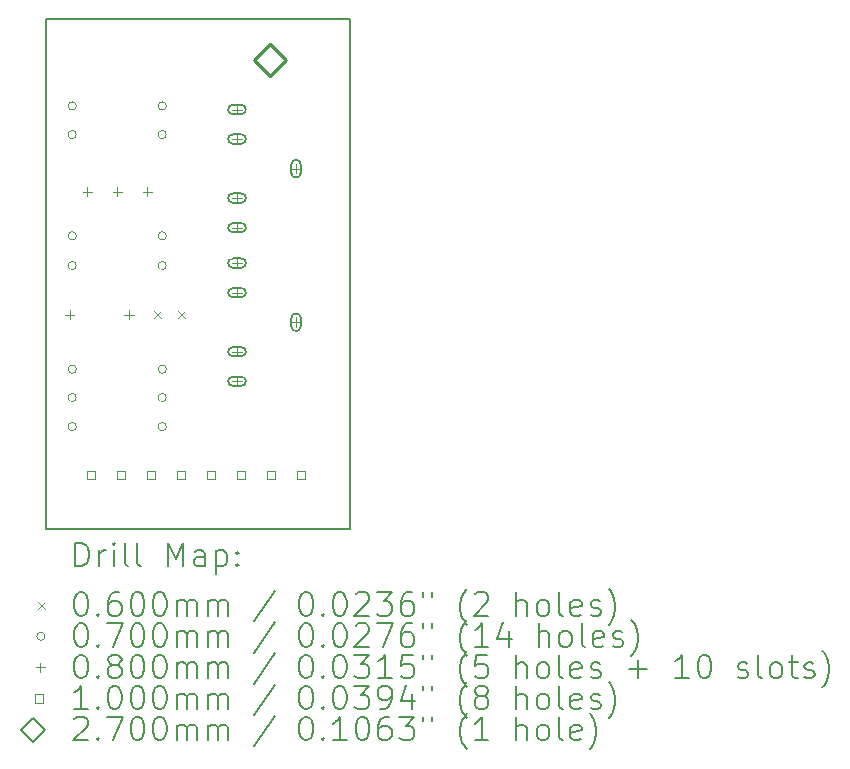
<source format=gbr>
%TF.GenerationSoftware,KiCad,Pcbnew,(6.0.7)*%
%TF.CreationDate,2022-12-16T00:38:34+00:00*%
%TF.ProjectId,CPC464-2MINITapeAdapter,43504334-3634-42d3-924d-494e49546170,rev?*%
%TF.SameCoordinates,Original*%
%TF.FileFunction,Drillmap*%
%TF.FilePolarity,Positive*%
%FSLAX45Y45*%
G04 Gerber Fmt 4.5, Leading zero omitted, Abs format (unit mm)*
G04 Created by KiCad (PCBNEW (6.0.7)) date 2022-12-16 00:38:34*
%MOMM*%
%LPD*%
G01*
G04 APERTURE LIST*
%ADD10C,0.150000*%
%ADD11C,0.200000*%
%ADD12C,0.060000*%
%ADD13C,0.070000*%
%ADD14C,0.080000*%
%ADD15C,0.100000*%
%ADD16C,0.270000*%
G04 APERTURE END LIST*
D10*
X8001000Y-10205720D02*
X5430520Y-10205720D01*
X5430520Y-10205720D02*
X5430520Y-5887720D01*
X5430520Y-5887720D02*
X8001000Y-5887720D01*
X8001000Y-5887720D02*
X8001000Y-10205720D01*
D11*
D12*
X6348600Y-8364700D02*
X6408600Y-8424700D01*
X6408600Y-8364700D02*
X6348600Y-8424700D01*
X6548600Y-8364700D02*
X6608600Y-8424700D01*
X6608600Y-8364700D02*
X6548600Y-8424700D01*
D13*
X5688300Y-6626860D02*
G75*
G03*
X5688300Y-6626860I-35000J0D01*
G01*
X5688300Y-6869213D02*
G75*
G03*
X5688300Y-6869213I-35000J0D01*
G01*
X5688300Y-7726680D02*
G75*
G03*
X5688300Y-7726680I-35000J0D01*
G01*
X5688300Y-7978140D02*
G75*
G03*
X5688300Y-7978140I-35000J0D01*
G01*
X5688300Y-8856980D02*
G75*
G03*
X5688300Y-8856980I-35000J0D01*
G01*
X5688300Y-9095740D02*
G75*
G03*
X5688300Y-9095740I-35000J0D01*
G01*
X5688300Y-9342120D02*
G75*
G03*
X5688300Y-9342120I-35000J0D01*
G01*
X6450300Y-6626860D02*
G75*
G03*
X6450300Y-6626860I-35000J0D01*
G01*
X6450300Y-6869213D02*
G75*
G03*
X6450300Y-6869213I-35000J0D01*
G01*
X6450300Y-7726680D02*
G75*
G03*
X6450300Y-7726680I-35000J0D01*
G01*
X6450300Y-7978140D02*
G75*
G03*
X6450300Y-7978140I-35000J0D01*
G01*
X6450300Y-8856980D02*
G75*
G03*
X6450300Y-8856980I-35000J0D01*
G01*
X6450300Y-9095740D02*
G75*
G03*
X6450300Y-9095740I-35000J0D01*
G01*
X6450300Y-9342120D02*
G75*
G03*
X6450300Y-9342120I-35000J0D01*
G01*
D14*
X5631900Y-8354700D02*
X5631900Y-8434700D01*
X5591900Y-8394700D02*
X5671900Y-8394700D01*
X5780300Y-7312247D02*
X5780300Y-7392247D01*
X5740300Y-7352247D02*
X5820300Y-7352247D01*
X6034300Y-7312247D02*
X6034300Y-7392247D01*
X5994300Y-7352247D02*
X6074300Y-7352247D01*
X6131900Y-8354700D02*
X6131900Y-8434700D01*
X6091900Y-8394700D02*
X6171900Y-8394700D01*
X6288300Y-7312247D02*
X6288300Y-7392247D01*
X6248300Y-7352247D02*
X6328300Y-7352247D01*
X7048080Y-6617720D02*
X7048080Y-6697720D01*
X7008080Y-6657720D02*
X7088080Y-6657720D01*
D11*
X7083080Y-6617720D02*
X7013080Y-6617720D01*
X7083080Y-6697720D02*
X7013080Y-6697720D01*
X7013080Y-6617720D02*
G75*
G03*
X7013080Y-6697720I0J-40000D01*
G01*
X7083080Y-6697720D02*
G75*
G03*
X7083080Y-6617720I0J40000D01*
G01*
D14*
X7048080Y-6867720D02*
X7048080Y-6947720D01*
X7008080Y-6907720D02*
X7088080Y-6907720D01*
D11*
X7083080Y-6867720D02*
X7013080Y-6867720D01*
X7083080Y-6947720D02*
X7013080Y-6947720D01*
X7013080Y-6867720D02*
G75*
G03*
X7013080Y-6947720I0J-40000D01*
G01*
X7083080Y-6947720D02*
G75*
G03*
X7083080Y-6867720I0J40000D01*
G01*
D14*
X7048080Y-7367720D02*
X7048080Y-7447720D01*
X7008080Y-7407720D02*
X7088080Y-7407720D01*
D11*
X7083080Y-7367720D02*
X7013080Y-7367720D01*
X7083080Y-7447720D02*
X7013080Y-7447720D01*
X7013080Y-7367720D02*
G75*
G03*
X7013080Y-7447720I0J-40000D01*
G01*
X7083080Y-7447720D02*
G75*
G03*
X7083080Y-7367720I0J40000D01*
G01*
D14*
X7048080Y-7617720D02*
X7048080Y-7697720D01*
X7008080Y-7657720D02*
X7088080Y-7657720D01*
D11*
X7083080Y-7617720D02*
X7013080Y-7617720D01*
X7083080Y-7697720D02*
X7013080Y-7697720D01*
X7013080Y-7617720D02*
G75*
G03*
X7013080Y-7697720I0J-40000D01*
G01*
X7083080Y-7697720D02*
G75*
G03*
X7083080Y-7617720I0J40000D01*
G01*
D14*
X7048080Y-7918200D02*
X7048080Y-7998200D01*
X7008080Y-7958200D02*
X7088080Y-7958200D01*
D11*
X7083080Y-7918200D02*
X7013080Y-7918200D01*
X7083080Y-7998200D02*
X7013080Y-7998200D01*
X7013080Y-7918200D02*
G75*
G03*
X7013080Y-7998200I0J-40000D01*
G01*
X7083080Y-7998200D02*
G75*
G03*
X7083080Y-7918200I0J40000D01*
G01*
D14*
X7048080Y-8168200D02*
X7048080Y-8248200D01*
X7008080Y-8208200D02*
X7088080Y-8208200D01*
D11*
X7083080Y-8168200D02*
X7013080Y-8168200D01*
X7083080Y-8248200D02*
X7013080Y-8248200D01*
X7013080Y-8168200D02*
G75*
G03*
X7013080Y-8248200I0J-40000D01*
G01*
X7083080Y-8248200D02*
G75*
G03*
X7083080Y-8168200I0J40000D01*
G01*
D14*
X7048080Y-8668200D02*
X7048080Y-8748200D01*
X7008080Y-8708200D02*
X7088080Y-8708200D01*
D11*
X7083080Y-8668200D02*
X7013080Y-8668200D01*
X7083080Y-8748200D02*
X7013080Y-8748200D01*
X7013080Y-8668200D02*
G75*
G03*
X7013080Y-8748200I0J-40000D01*
G01*
X7083080Y-8748200D02*
G75*
G03*
X7083080Y-8668200I0J40000D01*
G01*
D14*
X7048080Y-8918200D02*
X7048080Y-8998200D01*
X7008080Y-8958200D02*
X7088080Y-8958200D01*
D11*
X7083080Y-8918200D02*
X7013080Y-8918200D01*
X7083080Y-8998200D02*
X7013080Y-8998200D01*
X7013080Y-8918200D02*
G75*
G03*
X7013080Y-8998200I0J-40000D01*
G01*
X7083080Y-8998200D02*
G75*
G03*
X7083080Y-8918200I0J40000D01*
G01*
D14*
X7548080Y-7117720D02*
X7548080Y-7197720D01*
X7508080Y-7157720D02*
X7588080Y-7157720D01*
D11*
X7588080Y-7192720D02*
X7588080Y-7122720D01*
X7508080Y-7192720D02*
X7508080Y-7122720D01*
X7588080Y-7122720D02*
G75*
G03*
X7508080Y-7122720I-40000J0D01*
G01*
X7508080Y-7192720D02*
G75*
G03*
X7588080Y-7192720I40000J0D01*
G01*
D14*
X7548080Y-8418200D02*
X7548080Y-8498200D01*
X7508080Y-8458200D02*
X7588080Y-8458200D01*
D11*
X7588080Y-8493200D02*
X7588080Y-8423200D01*
X7508080Y-8493200D02*
X7508080Y-8423200D01*
X7588080Y-8423200D02*
G75*
G03*
X7508080Y-8423200I-40000J0D01*
G01*
X7508080Y-8493200D02*
G75*
G03*
X7588080Y-8493200I40000J0D01*
G01*
D15*
X5845836Y-9786416D02*
X5845836Y-9715704D01*
X5775124Y-9715704D01*
X5775124Y-9786416D01*
X5845836Y-9786416D01*
X6099836Y-9786416D02*
X6099836Y-9715704D01*
X6029124Y-9715704D01*
X6029124Y-9786416D01*
X6099836Y-9786416D01*
X6353836Y-9786416D02*
X6353836Y-9715704D01*
X6283124Y-9715704D01*
X6283124Y-9786416D01*
X6353836Y-9786416D01*
X6607836Y-9786416D02*
X6607836Y-9715704D01*
X6537124Y-9715704D01*
X6537124Y-9786416D01*
X6607836Y-9786416D01*
X6861836Y-9786416D02*
X6861836Y-9715704D01*
X6791124Y-9715704D01*
X6791124Y-9786416D01*
X6861836Y-9786416D01*
X7115836Y-9786416D02*
X7115836Y-9715704D01*
X7045124Y-9715704D01*
X7045124Y-9786416D01*
X7115836Y-9786416D01*
X7369836Y-9786416D02*
X7369836Y-9715704D01*
X7299124Y-9715704D01*
X7299124Y-9786416D01*
X7369836Y-9786416D01*
X7623836Y-9786416D02*
X7623836Y-9715704D01*
X7553124Y-9715704D01*
X7553124Y-9786416D01*
X7623836Y-9786416D01*
D16*
X7327900Y-6375780D02*
X7462900Y-6240780D01*
X7327900Y-6105780D01*
X7192900Y-6240780D01*
X7327900Y-6375780D01*
D11*
X5680639Y-10523696D02*
X5680639Y-10323696D01*
X5728258Y-10323696D01*
X5756829Y-10333220D01*
X5775877Y-10352268D01*
X5785401Y-10371315D01*
X5794925Y-10409410D01*
X5794925Y-10437982D01*
X5785401Y-10476077D01*
X5775877Y-10495125D01*
X5756829Y-10514172D01*
X5728258Y-10523696D01*
X5680639Y-10523696D01*
X5880639Y-10523696D02*
X5880639Y-10390363D01*
X5880639Y-10428458D02*
X5890163Y-10409410D01*
X5899687Y-10399887D01*
X5918734Y-10390363D01*
X5937782Y-10390363D01*
X6004448Y-10523696D02*
X6004448Y-10390363D01*
X6004448Y-10323696D02*
X5994925Y-10333220D01*
X6004448Y-10342744D01*
X6013972Y-10333220D01*
X6004448Y-10323696D01*
X6004448Y-10342744D01*
X6128258Y-10523696D02*
X6109210Y-10514172D01*
X6099687Y-10495125D01*
X6099687Y-10323696D01*
X6233020Y-10523696D02*
X6213972Y-10514172D01*
X6204448Y-10495125D01*
X6204448Y-10323696D01*
X6461591Y-10523696D02*
X6461591Y-10323696D01*
X6528258Y-10466553D01*
X6594925Y-10323696D01*
X6594925Y-10523696D01*
X6775877Y-10523696D02*
X6775877Y-10418934D01*
X6766353Y-10399887D01*
X6747306Y-10390363D01*
X6709210Y-10390363D01*
X6690163Y-10399887D01*
X6775877Y-10514172D02*
X6756829Y-10523696D01*
X6709210Y-10523696D01*
X6690163Y-10514172D01*
X6680639Y-10495125D01*
X6680639Y-10476077D01*
X6690163Y-10457030D01*
X6709210Y-10447506D01*
X6756829Y-10447506D01*
X6775877Y-10437982D01*
X6871115Y-10390363D02*
X6871115Y-10590363D01*
X6871115Y-10399887D02*
X6890163Y-10390363D01*
X6928258Y-10390363D01*
X6947306Y-10399887D01*
X6956829Y-10409410D01*
X6966353Y-10428458D01*
X6966353Y-10485601D01*
X6956829Y-10504649D01*
X6947306Y-10514172D01*
X6928258Y-10523696D01*
X6890163Y-10523696D01*
X6871115Y-10514172D01*
X7052068Y-10504649D02*
X7061591Y-10514172D01*
X7052068Y-10523696D01*
X7042544Y-10514172D01*
X7052068Y-10504649D01*
X7052068Y-10523696D01*
X7052068Y-10399887D02*
X7061591Y-10409410D01*
X7052068Y-10418934D01*
X7042544Y-10409410D01*
X7052068Y-10399887D01*
X7052068Y-10418934D01*
D12*
X5363020Y-10823220D02*
X5423020Y-10883220D01*
X5423020Y-10823220D02*
X5363020Y-10883220D01*
D11*
X5718734Y-10743696D02*
X5737782Y-10743696D01*
X5756829Y-10753220D01*
X5766353Y-10762744D01*
X5775877Y-10781791D01*
X5785401Y-10819887D01*
X5785401Y-10867506D01*
X5775877Y-10905601D01*
X5766353Y-10924649D01*
X5756829Y-10934172D01*
X5737782Y-10943696D01*
X5718734Y-10943696D01*
X5699687Y-10934172D01*
X5690163Y-10924649D01*
X5680639Y-10905601D01*
X5671115Y-10867506D01*
X5671115Y-10819887D01*
X5680639Y-10781791D01*
X5690163Y-10762744D01*
X5699687Y-10753220D01*
X5718734Y-10743696D01*
X5871115Y-10924649D02*
X5880639Y-10934172D01*
X5871115Y-10943696D01*
X5861591Y-10934172D01*
X5871115Y-10924649D01*
X5871115Y-10943696D01*
X6052068Y-10743696D02*
X6013972Y-10743696D01*
X5994925Y-10753220D01*
X5985401Y-10762744D01*
X5966353Y-10791315D01*
X5956829Y-10829410D01*
X5956829Y-10905601D01*
X5966353Y-10924649D01*
X5975877Y-10934172D01*
X5994925Y-10943696D01*
X6033020Y-10943696D01*
X6052068Y-10934172D01*
X6061591Y-10924649D01*
X6071115Y-10905601D01*
X6071115Y-10857982D01*
X6061591Y-10838934D01*
X6052068Y-10829410D01*
X6033020Y-10819887D01*
X5994925Y-10819887D01*
X5975877Y-10829410D01*
X5966353Y-10838934D01*
X5956829Y-10857982D01*
X6194925Y-10743696D02*
X6213972Y-10743696D01*
X6233020Y-10753220D01*
X6242544Y-10762744D01*
X6252068Y-10781791D01*
X6261591Y-10819887D01*
X6261591Y-10867506D01*
X6252068Y-10905601D01*
X6242544Y-10924649D01*
X6233020Y-10934172D01*
X6213972Y-10943696D01*
X6194925Y-10943696D01*
X6175877Y-10934172D01*
X6166353Y-10924649D01*
X6156829Y-10905601D01*
X6147306Y-10867506D01*
X6147306Y-10819887D01*
X6156829Y-10781791D01*
X6166353Y-10762744D01*
X6175877Y-10753220D01*
X6194925Y-10743696D01*
X6385401Y-10743696D02*
X6404448Y-10743696D01*
X6423496Y-10753220D01*
X6433020Y-10762744D01*
X6442544Y-10781791D01*
X6452068Y-10819887D01*
X6452068Y-10867506D01*
X6442544Y-10905601D01*
X6433020Y-10924649D01*
X6423496Y-10934172D01*
X6404448Y-10943696D01*
X6385401Y-10943696D01*
X6366353Y-10934172D01*
X6356829Y-10924649D01*
X6347306Y-10905601D01*
X6337782Y-10867506D01*
X6337782Y-10819887D01*
X6347306Y-10781791D01*
X6356829Y-10762744D01*
X6366353Y-10753220D01*
X6385401Y-10743696D01*
X6537782Y-10943696D02*
X6537782Y-10810363D01*
X6537782Y-10829410D02*
X6547306Y-10819887D01*
X6566353Y-10810363D01*
X6594925Y-10810363D01*
X6613972Y-10819887D01*
X6623496Y-10838934D01*
X6623496Y-10943696D01*
X6623496Y-10838934D02*
X6633020Y-10819887D01*
X6652068Y-10810363D01*
X6680639Y-10810363D01*
X6699687Y-10819887D01*
X6709210Y-10838934D01*
X6709210Y-10943696D01*
X6804448Y-10943696D02*
X6804448Y-10810363D01*
X6804448Y-10829410D02*
X6813972Y-10819887D01*
X6833020Y-10810363D01*
X6861591Y-10810363D01*
X6880639Y-10819887D01*
X6890163Y-10838934D01*
X6890163Y-10943696D01*
X6890163Y-10838934D02*
X6899687Y-10819887D01*
X6918734Y-10810363D01*
X6947306Y-10810363D01*
X6966353Y-10819887D01*
X6975877Y-10838934D01*
X6975877Y-10943696D01*
X7366353Y-10734172D02*
X7194925Y-10991315D01*
X7623496Y-10743696D02*
X7642544Y-10743696D01*
X7661591Y-10753220D01*
X7671115Y-10762744D01*
X7680639Y-10781791D01*
X7690163Y-10819887D01*
X7690163Y-10867506D01*
X7680639Y-10905601D01*
X7671115Y-10924649D01*
X7661591Y-10934172D01*
X7642544Y-10943696D01*
X7623496Y-10943696D01*
X7604448Y-10934172D01*
X7594925Y-10924649D01*
X7585401Y-10905601D01*
X7575877Y-10867506D01*
X7575877Y-10819887D01*
X7585401Y-10781791D01*
X7594925Y-10762744D01*
X7604448Y-10753220D01*
X7623496Y-10743696D01*
X7775877Y-10924649D02*
X7785401Y-10934172D01*
X7775877Y-10943696D01*
X7766353Y-10934172D01*
X7775877Y-10924649D01*
X7775877Y-10943696D01*
X7909210Y-10743696D02*
X7928258Y-10743696D01*
X7947306Y-10753220D01*
X7956829Y-10762744D01*
X7966353Y-10781791D01*
X7975877Y-10819887D01*
X7975877Y-10867506D01*
X7966353Y-10905601D01*
X7956829Y-10924649D01*
X7947306Y-10934172D01*
X7928258Y-10943696D01*
X7909210Y-10943696D01*
X7890163Y-10934172D01*
X7880639Y-10924649D01*
X7871115Y-10905601D01*
X7861591Y-10867506D01*
X7861591Y-10819887D01*
X7871115Y-10781791D01*
X7880639Y-10762744D01*
X7890163Y-10753220D01*
X7909210Y-10743696D01*
X8052068Y-10762744D02*
X8061591Y-10753220D01*
X8080639Y-10743696D01*
X8128258Y-10743696D01*
X8147306Y-10753220D01*
X8156829Y-10762744D01*
X8166353Y-10781791D01*
X8166353Y-10800839D01*
X8156829Y-10829410D01*
X8042544Y-10943696D01*
X8166353Y-10943696D01*
X8233020Y-10743696D02*
X8356829Y-10743696D01*
X8290163Y-10819887D01*
X8318734Y-10819887D01*
X8337782Y-10829410D01*
X8347306Y-10838934D01*
X8356829Y-10857982D01*
X8356829Y-10905601D01*
X8347306Y-10924649D01*
X8337782Y-10934172D01*
X8318734Y-10943696D01*
X8261591Y-10943696D01*
X8242544Y-10934172D01*
X8233020Y-10924649D01*
X8528258Y-10743696D02*
X8490163Y-10743696D01*
X8471115Y-10753220D01*
X8461591Y-10762744D01*
X8442544Y-10791315D01*
X8433020Y-10829410D01*
X8433020Y-10905601D01*
X8442544Y-10924649D01*
X8452068Y-10934172D01*
X8471115Y-10943696D01*
X8509210Y-10943696D01*
X8528258Y-10934172D01*
X8537782Y-10924649D01*
X8547306Y-10905601D01*
X8547306Y-10857982D01*
X8537782Y-10838934D01*
X8528258Y-10829410D01*
X8509210Y-10819887D01*
X8471115Y-10819887D01*
X8452068Y-10829410D01*
X8442544Y-10838934D01*
X8433020Y-10857982D01*
X8623496Y-10743696D02*
X8623496Y-10781791D01*
X8699687Y-10743696D02*
X8699687Y-10781791D01*
X8994925Y-11019887D02*
X8985401Y-11010363D01*
X8966353Y-10981791D01*
X8956830Y-10962744D01*
X8947306Y-10934172D01*
X8937782Y-10886553D01*
X8937782Y-10848458D01*
X8947306Y-10800839D01*
X8956830Y-10772268D01*
X8966353Y-10753220D01*
X8985401Y-10724649D01*
X8994925Y-10715125D01*
X9061591Y-10762744D02*
X9071115Y-10753220D01*
X9090163Y-10743696D01*
X9137782Y-10743696D01*
X9156830Y-10753220D01*
X9166353Y-10762744D01*
X9175877Y-10781791D01*
X9175877Y-10800839D01*
X9166353Y-10829410D01*
X9052068Y-10943696D01*
X9175877Y-10943696D01*
X9413972Y-10943696D02*
X9413972Y-10743696D01*
X9499687Y-10943696D02*
X9499687Y-10838934D01*
X9490163Y-10819887D01*
X9471115Y-10810363D01*
X9442544Y-10810363D01*
X9423496Y-10819887D01*
X9413972Y-10829410D01*
X9623496Y-10943696D02*
X9604449Y-10934172D01*
X9594925Y-10924649D01*
X9585401Y-10905601D01*
X9585401Y-10848458D01*
X9594925Y-10829410D01*
X9604449Y-10819887D01*
X9623496Y-10810363D01*
X9652068Y-10810363D01*
X9671115Y-10819887D01*
X9680639Y-10829410D01*
X9690163Y-10848458D01*
X9690163Y-10905601D01*
X9680639Y-10924649D01*
X9671115Y-10934172D01*
X9652068Y-10943696D01*
X9623496Y-10943696D01*
X9804449Y-10943696D02*
X9785401Y-10934172D01*
X9775877Y-10915125D01*
X9775877Y-10743696D01*
X9956830Y-10934172D02*
X9937782Y-10943696D01*
X9899687Y-10943696D01*
X9880639Y-10934172D01*
X9871115Y-10915125D01*
X9871115Y-10838934D01*
X9880639Y-10819887D01*
X9899687Y-10810363D01*
X9937782Y-10810363D01*
X9956830Y-10819887D01*
X9966353Y-10838934D01*
X9966353Y-10857982D01*
X9871115Y-10877030D01*
X10042544Y-10934172D02*
X10061591Y-10943696D01*
X10099687Y-10943696D01*
X10118734Y-10934172D01*
X10128258Y-10915125D01*
X10128258Y-10905601D01*
X10118734Y-10886553D01*
X10099687Y-10877030D01*
X10071115Y-10877030D01*
X10052068Y-10867506D01*
X10042544Y-10848458D01*
X10042544Y-10838934D01*
X10052068Y-10819887D01*
X10071115Y-10810363D01*
X10099687Y-10810363D01*
X10118734Y-10819887D01*
X10194925Y-11019887D02*
X10204449Y-11010363D01*
X10223496Y-10981791D01*
X10233020Y-10962744D01*
X10242544Y-10934172D01*
X10252068Y-10886553D01*
X10252068Y-10848458D01*
X10242544Y-10800839D01*
X10233020Y-10772268D01*
X10223496Y-10753220D01*
X10204449Y-10724649D01*
X10194925Y-10715125D01*
D13*
X5423020Y-11117220D02*
G75*
G03*
X5423020Y-11117220I-35000J0D01*
G01*
D11*
X5718734Y-11007696D02*
X5737782Y-11007696D01*
X5756829Y-11017220D01*
X5766353Y-11026744D01*
X5775877Y-11045791D01*
X5785401Y-11083887D01*
X5785401Y-11131506D01*
X5775877Y-11169601D01*
X5766353Y-11188648D01*
X5756829Y-11198172D01*
X5737782Y-11207696D01*
X5718734Y-11207696D01*
X5699687Y-11198172D01*
X5690163Y-11188648D01*
X5680639Y-11169601D01*
X5671115Y-11131506D01*
X5671115Y-11083887D01*
X5680639Y-11045791D01*
X5690163Y-11026744D01*
X5699687Y-11017220D01*
X5718734Y-11007696D01*
X5871115Y-11188648D02*
X5880639Y-11198172D01*
X5871115Y-11207696D01*
X5861591Y-11198172D01*
X5871115Y-11188648D01*
X5871115Y-11207696D01*
X5947306Y-11007696D02*
X6080639Y-11007696D01*
X5994925Y-11207696D01*
X6194925Y-11007696D02*
X6213972Y-11007696D01*
X6233020Y-11017220D01*
X6242544Y-11026744D01*
X6252068Y-11045791D01*
X6261591Y-11083887D01*
X6261591Y-11131506D01*
X6252068Y-11169601D01*
X6242544Y-11188648D01*
X6233020Y-11198172D01*
X6213972Y-11207696D01*
X6194925Y-11207696D01*
X6175877Y-11198172D01*
X6166353Y-11188648D01*
X6156829Y-11169601D01*
X6147306Y-11131506D01*
X6147306Y-11083887D01*
X6156829Y-11045791D01*
X6166353Y-11026744D01*
X6175877Y-11017220D01*
X6194925Y-11007696D01*
X6385401Y-11007696D02*
X6404448Y-11007696D01*
X6423496Y-11017220D01*
X6433020Y-11026744D01*
X6442544Y-11045791D01*
X6452068Y-11083887D01*
X6452068Y-11131506D01*
X6442544Y-11169601D01*
X6433020Y-11188648D01*
X6423496Y-11198172D01*
X6404448Y-11207696D01*
X6385401Y-11207696D01*
X6366353Y-11198172D01*
X6356829Y-11188648D01*
X6347306Y-11169601D01*
X6337782Y-11131506D01*
X6337782Y-11083887D01*
X6347306Y-11045791D01*
X6356829Y-11026744D01*
X6366353Y-11017220D01*
X6385401Y-11007696D01*
X6537782Y-11207696D02*
X6537782Y-11074363D01*
X6537782Y-11093410D02*
X6547306Y-11083887D01*
X6566353Y-11074363D01*
X6594925Y-11074363D01*
X6613972Y-11083887D01*
X6623496Y-11102934D01*
X6623496Y-11207696D01*
X6623496Y-11102934D02*
X6633020Y-11083887D01*
X6652068Y-11074363D01*
X6680639Y-11074363D01*
X6699687Y-11083887D01*
X6709210Y-11102934D01*
X6709210Y-11207696D01*
X6804448Y-11207696D02*
X6804448Y-11074363D01*
X6804448Y-11093410D02*
X6813972Y-11083887D01*
X6833020Y-11074363D01*
X6861591Y-11074363D01*
X6880639Y-11083887D01*
X6890163Y-11102934D01*
X6890163Y-11207696D01*
X6890163Y-11102934D02*
X6899687Y-11083887D01*
X6918734Y-11074363D01*
X6947306Y-11074363D01*
X6966353Y-11083887D01*
X6975877Y-11102934D01*
X6975877Y-11207696D01*
X7366353Y-10998172D02*
X7194925Y-11255315D01*
X7623496Y-11007696D02*
X7642544Y-11007696D01*
X7661591Y-11017220D01*
X7671115Y-11026744D01*
X7680639Y-11045791D01*
X7690163Y-11083887D01*
X7690163Y-11131506D01*
X7680639Y-11169601D01*
X7671115Y-11188648D01*
X7661591Y-11198172D01*
X7642544Y-11207696D01*
X7623496Y-11207696D01*
X7604448Y-11198172D01*
X7594925Y-11188648D01*
X7585401Y-11169601D01*
X7575877Y-11131506D01*
X7575877Y-11083887D01*
X7585401Y-11045791D01*
X7594925Y-11026744D01*
X7604448Y-11017220D01*
X7623496Y-11007696D01*
X7775877Y-11188648D02*
X7785401Y-11198172D01*
X7775877Y-11207696D01*
X7766353Y-11198172D01*
X7775877Y-11188648D01*
X7775877Y-11207696D01*
X7909210Y-11007696D02*
X7928258Y-11007696D01*
X7947306Y-11017220D01*
X7956829Y-11026744D01*
X7966353Y-11045791D01*
X7975877Y-11083887D01*
X7975877Y-11131506D01*
X7966353Y-11169601D01*
X7956829Y-11188648D01*
X7947306Y-11198172D01*
X7928258Y-11207696D01*
X7909210Y-11207696D01*
X7890163Y-11198172D01*
X7880639Y-11188648D01*
X7871115Y-11169601D01*
X7861591Y-11131506D01*
X7861591Y-11083887D01*
X7871115Y-11045791D01*
X7880639Y-11026744D01*
X7890163Y-11017220D01*
X7909210Y-11007696D01*
X8052068Y-11026744D02*
X8061591Y-11017220D01*
X8080639Y-11007696D01*
X8128258Y-11007696D01*
X8147306Y-11017220D01*
X8156829Y-11026744D01*
X8166353Y-11045791D01*
X8166353Y-11064839D01*
X8156829Y-11093410D01*
X8042544Y-11207696D01*
X8166353Y-11207696D01*
X8233020Y-11007696D02*
X8366353Y-11007696D01*
X8280639Y-11207696D01*
X8528258Y-11007696D02*
X8490163Y-11007696D01*
X8471115Y-11017220D01*
X8461591Y-11026744D01*
X8442544Y-11055315D01*
X8433020Y-11093410D01*
X8433020Y-11169601D01*
X8442544Y-11188648D01*
X8452068Y-11198172D01*
X8471115Y-11207696D01*
X8509210Y-11207696D01*
X8528258Y-11198172D01*
X8537782Y-11188648D01*
X8547306Y-11169601D01*
X8547306Y-11121982D01*
X8537782Y-11102934D01*
X8528258Y-11093410D01*
X8509210Y-11083887D01*
X8471115Y-11083887D01*
X8452068Y-11093410D01*
X8442544Y-11102934D01*
X8433020Y-11121982D01*
X8623496Y-11007696D02*
X8623496Y-11045791D01*
X8699687Y-11007696D02*
X8699687Y-11045791D01*
X8994925Y-11283887D02*
X8985401Y-11274363D01*
X8966353Y-11245791D01*
X8956830Y-11226744D01*
X8947306Y-11198172D01*
X8937782Y-11150553D01*
X8937782Y-11112458D01*
X8947306Y-11064839D01*
X8956830Y-11036268D01*
X8966353Y-11017220D01*
X8985401Y-10988649D01*
X8994925Y-10979125D01*
X9175877Y-11207696D02*
X9061591Y-11207696D01*
X9118734Y-11207696D02*
X9118734Y-11007696D01*
X9099687Y-11036268D01*
X9080639Y-11055315D01*
X9061591Y-11064839D01*
X9347306Y-11074363D02*
X9347306Y-11207696D01*
X9299687Y-10998172D02*
X9252068Y-11141030D01*
X9375877Y-11141030D01*
X9604449Y-11207696D02*
X9604449Y-11007696D01*
X9690163Y-11207696D02*
X9690163Y-11102934D01*
X9680639Y-11083887D01*
X9661591Y-11074363D01*
X9633020Y-11074363D01*
X9613972Y-11083887D01*
X9604449Y-11093410D01*
X9813972Y-11207696D02*
X9794925Y-11198172D01*
X9785401Y-11188648D01*
X9775877Y-11169601D01*
X9775877Y-11112458D01*
X9785401Y-11093410D01*
X9794925Y-11083887D01*
X9813972Y-11074363D01*
X9842544Y-11074363D01*
X9861591Y-11083887D01*
X9871115Y-11093410D01*
X9880639Y-11112458D01*
X9880639Y-11169601D01*
X9871115Y-11188648D01*
X9861591Y-11198172D01*
X9842544Y-11207696D01*
X9813972Y-11207696D01*
X9994925Y-11207696D02*
X9975877Y-11198172D01*
X9966353Y-11179125D01*
X9966353Y-11007696D01*
X10147306Y-11198172D02*
X10128258Y-11207696D01*
X10090163Y-11207696D01*
X10071115Y-11198172D01*
X10061591Y-11179125D01*
X10061591Y-11102934D01*
X10071115Y-11083887D01*
X10090163Y-11074363D01*
X10128258Y-11074363D01*
X10147306Y-11083887D01*
X10156830Y-11102934D01*
X10156830Y-11121982D01*
X10061591Y-11141030D01*
X10233020Y-11198172D02*
X10252068Y-11207696D01*
X10290163Y-11207696D01*
X10309210Y-11198172D01*
X10318734Y-11179125D01*
X10318734Y-11169601D01*
X10309210Y-11150553D01*
X10290163Y-11141030D01*
X10261591Y-11141030D01*
X10242544Y-11131506D01*
X10233020Y-11112458D01*
X10233020Y-11102934D01*
X10242544Y-11083887D01*
X10261591Y-11074363D01*
X10290163Y-11074363D01*
X10309210Y-11083887D01*
X10385401Y-11283887D02*
X10394925Y-11274363D01*
X10413972Y-11245791D01*
X10423496Y-11226744D01*
X10433020Y-11198172D01*
X10442544Y-11150553D01*
X10442544Y-11112458D01*
X10433020Y-11064839D01*
X10423496Y-11036268D01*
X10413972Y-11017220D01*
X10394925Y-10988649D01*
X10385401Y-10979125D01*
D14*
X5383020Y-11341220D02*
X5383020Y-11421220D01*
X5343020Y-11381220D02*
X5423020Y-11381220D01*
D11*
X5718734Y-11271696D02*
X5737782Y-11271696D01*
X5756829Y-11281220D01*
X5766353Y-11290744D01*
X5775877Y-11309791D01*
X5785401Y-11347887D01*
X5785401Y-11395506D01*
X5775877Y-11433601D01*
X5766353Y-11452648D01*
X5756829Y-11462172D01*
X5737782Y-11471696D01*
X5718734Y-11471696D01*
X5699687Y-11462172D01*
X5690163Y-11452648D01*
X5680639Y-11433601D01*
X5671115Y-11395506D01*
X5671115Y-11347887D01*
X5680639Y-11309791D01*
X5690163Y-11290744D01*
X5699687Y-11281220D01*
X5718734Y-11271696D01*
X5871115Y-11452648D02*
X5880639Y-11462172D01*
X5871115Y-11471696D01*
X5861591Y-11462172D01*
X5871115Y-11452648D01*
X5871115Y-11471696D01*
X5994925Y-11357410D02*
X5975877Y-11347887D01*
X5966353Y-11338363D01*
X5956829Y-11319315D01*
X5956829Y-11309791D01*
X5966353Y-11290744D01*
X5975877Y-11281220D01*
X5994925Y-11271696D01*
X6033020Y-11271696D01*
X6052068Y-11281220D01*
X6061591Y-11290744D01*
X6071115Y-11309791D01*
X6071115Y-11319315D01*
X6061591Y-11338363D01*
X6052068Y-11347887D01*
X6033020Y-11357410D01*
X5994925Y-11357410D01*
X5975877Y-11366934D01*
X5966353Y-11376458D01*
X5956829Y-11395506D01*
X5956829Y-11433601D01*
X5966353Y-11452648D01*
X5975877Y-11462172D01*
X5994925Y-11471696D01*
X6033020Y-11471696D01*
X6052068Y-11462172D01*
X6061591Y-11452648D01*
X6071115Y-11433601D01*
X6071115Y-11395506D01*
X6061591Y-11376458D01*
X6052068Y-11366934D01*
X6033020Y-11357410D01*
X6194925Y-11271696D02*
X6213972Y-11271696D01*
X6233020Y-11281220D01*
X6242544Y-11290744D01*
X6252068Y-11309791D01*
X6261591Y-11347887D01*
X6261591Y-11395506D01*
X6252068Y-11433601D01*
X6242544Y-11452648D01*
X6233020Y-11462172D01*
X6213972Y-11471696D01*
X6194925Y-11471696D01*
X6175877Y-11462172D01*
X6166353Y-11452648D01*
X6156829Y-11433601D01*
X6147306Y-11395506D01*
X6147306Y-11347887D01*
X6156829Y-11309791D01*
X6166353Y-11290744D01*
X6175877Y-11281220D01*
X6194925Y-11271696D01*
X6385401Y-11271696D02*
X6404448Y-11271696D01*
X6423496Y-11281220D01*
X6433020Y-11290744D01*
X6442544Y-11309791D01*
X6452068Y-11347887D01*
X6452068Y-11395506D01*
X6442544Y-11433601D01*
X6433020Y-11452648D01*
X6423496Y-11462172D01*
X6404448Y-11471696D01*
X6385401Y-11471696D01*
X6366353Y-11462172D01*
X6356829Y-11452648D01*
X6347306Y-11433601D01*
X6337782Y-11395506D01*
X6337782Y-11347887D01*
X6347306Y-11309791D01*
X6356829Y-11290744D01*
X6366353Y-11281220D01*
X6385401Y-11271696D01*
X6537782Y-11471696D02*
X6537782Y-11338363D01*
X6537782Y-11357410D02*
X6547306Y-11347887D01*
X6566353Y-11338363D01*
X6594925Y-11338363D01*
X6613972Y-11347887D01*
X6623496Y-11366934D01*
X6623496Y-11471696D01*
X6623496Y-11366934D02*
X6633020Y-11347887D01*
X6652068Y-11338363D01*
X6680639Y-11338363D01*
X6699687Y-11347887D01*
X6709210Y-11366934D01*
X6709210Y-11471696D01*
X6804448Y-11471696D02*
X6804448Y-11338363D01*
X6804448Y-11357410D02*
X6813972Y-11347887D01*
X6833020Y-11338363D01*
X6861591Y-11338363D01*
X6880639Y-11347887D01*
X6890163Y-11366934D01*
X6890163Y-11471696D01*
X6890163Y-11366934D02*
X6899687Y-11347887D01*
X6918734Y-11338363D01*
X6947306Y-11338363D01*
X6966353Y-11347887D01*
X6975877Y-11366934D01*
X6975877Y-11471696D01*
X7366353Y-11262172D02*
X7194925Y-11519315D01*
X7623496Y-11271696D02*
X7642544Y-11271696D01*
X7661591Y-11281220D01*
X7671115Y-11290744D01*
X7680639Y-11309791D01*
X7690163Y-11347887D01*
X7690163Y-11395506D01*
X7680639Y-11433601D01*
X7671115Y-11452648D01*
X7661591Y-11462172D01*
X7642544Y-11471696D01*
X7623496Y-11471696D01*
X7604448Y-11462172D01*
X7594925Y-11452648D01*
X7585401Y-11433601D01*
X7575877Y-11395506D01*
X7575877Y-11347887D01*
X7585401Y-11309791D01*
X7594925Y-11290744D01*
X7604448Y-11281220D01*
X7623496Y-11271696D01*
X7775877Y-11452648D02*
X7785401Y-11462172D01*
X7775877Y-11471696D01*
X7766353Y-11462172D01*
X7775877Y-11452648D01*
X7775877Y-11471696D01*
X7909210Y-11271696D02*
X7928258Y-11271696D01*
X7947306Y-11281220D01*
X7956829Y-11290744D01*
X7966353Y-11309791D01*
X7975877Y-11347887D01*
X7975877Y-11395506D01*
X7966353Y-11433601D01*
X7956829Y-11452648D01*
X7947306Y-11462172D01*
X7928258Y-11471696D01*
X7909210Y-11471696D01*
X7890163Y-11462172D01*
X7880639Y-11452648D01*
X7871115Y-11433601D01*
X7861591Y-11395506D01*
X7861591Y-11347887D01*
X7871115Y-11309791D01*
X7880639Y-11290744D01*
X7890163Y-11281220D01*
X7909210Y-11271696D01*
X8042544Y-11271696D02*
X8166353Y-11271696D01*
X8099687Y-11347887D01*
X8128258Y-11347887D01*
X8147306Y-11357410D01*
X8156829Y-11366934D01*
X8166353Y-11385982D01*
X8166353Y-11433601D01*
X8156829Y-11452648D01*
X8147306Y-11462172D01*
X8128258Y-11471696D01*
X8071115Y-11471696D01*
X8052068Y-11462172D01*
X8042544Y-11452648D01*
X8356829Y-11471696D02*
X8242544Y-11471696D01*
X8299687Y-11471696D02*
X8299687Y-11271696D01*
X8280639Y-11300268D01*
X8261591Y-11319315D01*
X8242544Y-11328839D01*
X8537782Y-11271696D02*
X8442544Y-11271696D01*
X8433020Y-11366934D01*
X8442544Y-11357410D01*
X8461591Y-11347887D01*
X8509210Y-11347887D01*
X8528258Y-11357410D01*
X8537782Y-11366934D01*
X8547306Y-11385982D01*
X8547306Y-11433601D01*
X8537782Y-11452648D01*
X8528258Y-11462172D01*
X8509210Y-11471696D01*
X8461591Y-11471696D01*
X8442544Y-11462172D01*
X8433020Y-11452648D01*
X8623496Y-11271696D02*
X8623496Y-11309791D01*
X8699687Y-11271696D02*
X8699687Y-11309791D01*
X8994925Y-11547887D02*
X8985401Y-11538363D01*
X8966353Y-11509791D01*
X8956830Y-11490744D01*
X8947306Y-11462172D01*
X8937782Y-11414553D01*
X8937782Y-11376458D01*
X8947306Y-11328839D01*
X8956830Y-11300268D01*
X8966353Y-11281220D01*
X8985401Y-11252648D01*
X8994925Y-11243125D01*
X9166353Y-11271696D02*
X9071115Y-11271696D01*
X9061591Y-11366934D01*
X9071115Y-11357410D01*
X9090163Y-11347887D01*
X9137782Y-11347887D01*
X9156830Y-11357410D01*
X9166353Y-11366934D01*
X9175877Y-11385982D01*
X9175877Y-11433601D01*
X9166353Y-11452648D01*
X9156830Y-11462172D01*
X9137782Y-11471696D01*
X9090163Y-11471696D01*
X9071115Y-11462172D01*
X9061591Y-11452648D01*
X9413972Y-11471696D02*
X9413972Y-11271696D01*
X9499687Y-11471696D02*
X9499687Y-11366934D01*
X9490163Y-11347887D01*
X9471115Y-11338363D01*
X9442544Y-11338363D01*
X9423496Y-11347887D01*
X9413972Y-11357410D01*
X9623496Y-11471696D02*
X9604449Y-11462172D01*
X9594925Y-11452648D01*
X9585401Y-11433601D01*
X9585401Y-11376458D01*
X9594925Y-11357410D01*
X9604449Y-11347887D01*
X9623496Y-11338363D01*
X9652068Y-11338363D01*
X9671115Y-11347887D01*
X9680639Y-11357410D01*
X9690163Y-11376458D01*
X9690163Y-11433601D01*
X9680639Y-11452648D01*
X9671115Y-11462172D01*
X9652068Y-11471696D01*
X9623496Y-11471696D01*
X9804449Y-11471696D02*
X9785401Y-11462172D01*
X9775877Y-11443125D01*
X9775877Y-11271696D01*
X9956830Y-11462172D02*
X9937782Y-11471696D01*
X9899687Y-11471696D01*
X9880639Y-11462172D01*
X9871115Y-11443125D01*
X9871115Y-11366934D01*
X9880639Y-11347887D01*
X9899687Y-11338363D01*
X9937782Y-11338363D01*
X9956830Y-11347887D01*
X9966353Y-11366934D01*
X9966353Y-11385982D01*
X9871115Y-11405029D01*
X10042544Y-11462172D02*
X10061591Y-11471696D01*
X10099687Y-11471696D01*
X10118734Y-11462172D01*
X10128258Y-11443125D01*
X10128258Y-11433601D01*
X10118734Y-11414553D01*
X10099687Y-11405029D01*
X10071115Y-11405029D01*
X10052068Y-11395506D01*
X10042544Y-11376458D01*
X10042544Y-11366934D01*
X10052068Y-11347887D01*
X10071115Y-11338363D01*
X10099687Y-11338363D01*
X10118734Y-11347887D01*
X10366353Y-11395506D02*
X10518734Y-11395506D01*
X10442544Y-11471696D02*
X10442544Y-11319315D01*
X10871115Y-11471696D02*
X10756830Y-11471696D01*
X10813972Y-11471696D02*
X10813972Y-11271696D01*
X10794925Y-11300268D01*
X10775877Y-11319315D01*
X10756830Y-11328839D01*
X10994925Y-11271696D02*
X11013972Y-11271696D01*
X11033020Y-11281220D01*
X11042544Y-11290744D01*
X11052068Y-11309791D01*
X11061591Y-11347887D01*
X11061591Y-11395506D01*
X11052068Y-11433601D01*
X11042544Y-11452648D01*
X11033020Y-11462172D01*
X11013972Y-11471696D01*
X10994925Y-11471696D01*
X10975877Y-11462172D01*
X10966353Y-11452648D01*
X10956830Y-11433601D01*
X10947306Y-11395506D01*
X10947306Y-11347887D01*
X10956830Y-11309791D01*
X10966353Y-11290744D01*
X10975877Y-11281220D01*
X10994925Y-11271696D01*
X11290163Y-11462172D02*
X11309210Y-11471696D01*
X11347306Y-11471696D01*
X11366353Y-11462172D01*
X11375877Y-11443125D01*
X11375877Y-11433601D01*
X11366353Y-11414553D01*
X11347306Y-11405029D01*
X11318734Y-11405029D01*
X11299687Y-11395506D01*
X11290163Y-11376458D01*
X11290163Y-11366934D01*
X11299687Y-11347887D01*
X11318734Y-11338363D01*
X11347306Y-11338363D01*
X11366353Y-11347887D01*
X11490163Y-11471696D02*
X11471115Y-11462172D01*
X11461591Y-11443125D01*
X11461591Y-11271696D01*
X11594925Y-11471696D02*
X11575877Y-11462172D01*
X11566353Y-11452648D01*
X11556829Y-11433601D01*
X11556829Y-11376458D01*
X11566353Y-11357410D01*
X11575877Y-11347887D01*
X11594925Y-11338363D01*
X11623496Y-11338363D01*
X11642544Y-11347887D01*
X11652068Y-11357410D01*
X11661591Y-11376458D01*
X11661591Y-11433601D01*
X11652068Y-11452648D01*
X11642544Y-11462172D01*
X11623496Y-11471696D01*
X11594925Y-11471696D01*
X11718734Y-11338363D02*
X11794925Y-11338363D01*
X11747306Y-11271696D02*
X11747306Y-11443125D01*
X11756829Y-11462172D01*
X11775877Y-11471696D01*
X11794925Y-11471696D01*
X11852068Y-11462172D02*
X11871115Y-11471696D01*
X11909210Y-11471696D01*
X11928258Y-11462172D01*
X11937782Y-11443125D01*
X11937782Y-11433601D01*
X11928258Y-11414553D01*
X11909210Y-11405029D01*
X11880639Y-11405029D01*
X11861591Y-11395506D01*
X11852068Y-11376458D01*
X11852068Y-11366934D01*
X11861591Y-11347887D01*
X11880639Y-11338363D01*
X11909210Y-11338363D01*
X11928258Y-11347887D01*
X12004448Y-11547887D02*
X12013972Y-11538363D01*
X12033020Y-11509791D01*
X12042544Y-11490744D01*
X12052068Y-11462172D01*
X12061591Y-11414553D01*
X12061591Y-11376458D01*
X12052068Y-11328839D01*
X12042544Y-11300268D01*
X12033020Y-11281220D01*
X12013972Y-11252648D01*
X12004448Y-11243125D01*
D15*
X5408376Y-11680576D02*
X5408376Y-11609864D01*
X5337664Y-11609864D01*
X5337664Y-11680576D01*
X5408376Y-11680576D01*
D11*
X5785401Y-11735696D02*
X5671115Y-11735696D01*
X5728258Y-11735696D02*
X5728258Y-11535696D01*
X5709210Y-11564268D01*
X5690163Y-11583315D01*
X5671115Y-11592839D01*
X5871115Y-11716648D02*
X5880639Y-11726172D01*
X5871115Y-11735696D01*
X5861591Y-11726172D01*
X5871115Y-11716648D01*
X5871115Y-11735696D01*
X6004448Y-11535696D02*
X6023496Y-11535696D01*
X6042544Y-11545220D01*
X6052068Y-11554744D01*
X6061591Y-11573791D01*
X6071115Y-11611887D01*
X6071115Y-11659506D01*
X6061591Y-11697601D01*
X6052068Y-11716648D01*
X6042544Y-11726172D01*
X6023496Y-11735696D01*
X6004448Y-11735696D01*
X5985401Y-11726172D01*
X5975877Y-11716648D01*
X5966353Y-11697601D01*
X5956829Y-11659506D01*
X5956829Y-11611887D01*
X5966353Y-11573791D01*
X5975877Y-11554744D01*
X5985401Y-11545220D01*
X6004448Y-11535696D01*
X6194925Y-11535696D02*
X6213972Y-11535696D01*
X6233020Y-11545220D01*
X6242544Y-11554744D01*
X6252068Y-11573791D01*
X6261591Y-11611887D01*
X6261591Y-11659506D01*
X6252068Y-11697601D01*
X6242544Y-11716648D01*
X6233020Y-11726172D01*
X6213972Y-11735696D01*
X6194925Y-11735696D01*
X6175877Y-11726172D01*
X6166353Y-11716648D01*
X6156829Y-11697601D01*
X6147306Y-11659506D01*
X6147306Y-11611887D01*
X6156829Y-11573791D01*
X6166353Y-11554744D01*
X6175877Y-11545220D01*
X6194925Y-11535696D01*
X6385401Y-11535696D02*
X6404448Y-11535696D01*
X6423496Y-11545220D01*
X6433020Y-11554744D01*
X6442544Y-11573791D01*
X6452068Y-11611887D01*
X6452068Y-11659506D01*
X6442544Y-11697601D01*
X6433020Y-11716648D01*
X6423496Y-11726172D01*
X6404448Y-11735696D01*
X6385401Y-11735696D01*
X6366353Y-11726172D01*
X6356829Y-11716648D01*
X6347306Y-11697601D01*
X6337782Y-11659506D01*
X6337782Y-11611887D01*
X6347306Y-11573791D01*
X6356829Y-11554744D01*
X6366353Y-11545220D01*
X6385401Y-11535696D01*
X6537782Y-11735696D02*
X6537782Y-11602363D01*
X6537782Y-11621410D02*
X6547306Y-11611887D01*
X6566353Y-11602363D01*
X6594925Y-11602363D01*
X6613972Y-11611887D01*
X6623496Y-11630934D01*
X6623496Y-11735696D01*
X6623496Y-11630934D02*
X6633020Y-11611887D01*
X6652068Y-11602363D01*
X6680639Y-11602363D01*
X6699687Y-11611887D01*
X6709210Y-11630934D01*
X6709210Y-11735696D01*
X6804448Y-11735696D02*
X6804448Y-11602363D01*
X6804448Y-11621410D02*
X6813972Y-11611887D01*
X6833020Y-11602363D01*
X6861591Y-11602363D01*
X6880639Y-11611887D01*
X6890163Y-11630934D01*
X6890163Y-11735696D01*
X6890163Y-11630934D02*
X6899687Y-11611887D01*
X6918734Y-11602363D01*
X6947306Y-11602363D01*
X6966353Y-11611887D01*
X6975877Y-11630934D01*
X6975877Y-11735696D01*
X7366353Y-11526172D02*
X7194925Y-11783315D01*
X7623496Y-11535696D02*
X7642544Y-11535696D01*
X7661591Y-11545220D01*
X7671115Y-11554744D01*
X7680639Y-11573791D01*
X7690163Y-11611887D01*
X7690163Y-11659506D01*
X7680639Y-11697601D01*
X7671115Y-11716648D01*
X7661591Y-11726172D01*
X7642544Y-11735696D01*
X7623496Y-11735696D01*
X7604448Y-11726172D01*
X7594925Y-11716648D01*
X7585401Y-11697601D01*
X7575877Y-11659506D01*
X7575877Y-11611887D01*
X7585401Y-11573791D01*
X7594925Y-11554744D01*
X7604448Y-11545220D01*
X7623496Y-11535696D01*
X7775877Y-11716648D02*
X7785401Y-11726172D01*
X7775877Y-11735696D01*
X7766353Y-11726172D01*
X7775877Y-11716648D01*
X7775877Y-11735696D01*
X7909210Y-11535696D02*
X7928258Y-11535696D01*
X7947306Y-11545220D01*
X7956829Y-11554744D01*
X7966353Y-11573791D01*
X7975877Y-11611887D01*
X7975877Y-11659506D01*
X7966353Y-11697601D01*
X7956829Y-11716648D01*
X7947306Y-11726172D01*
X7928258Y-11735696D01*
X7909210Y-11735696D01*
X7890163Y-11726172D01*
X7880639Y-11716648D01*
X7871115Y-11697601D01*
X7861591Y-11659506D01*
X7861591Y-11611887D01*
X7871115Y-11573791D01*
X7880639Y-11554744D01*
X7890163Y-11545220D01*
X7909210Y-11535696D01*
X8042544Y-11535696D02*
X8166353Y-11535696D01*
X8099687Y-11611887D01*
X8128258Y-11611887D01*
X8147306Y-11621410D01*
X8156829Y-11630934D01*
X8166353Y-11649982D01*
X8166353Y-11697601D01*
X8156829Y-11716648D01*
X8147306Y-11726172D01*
X8128258Y-11735696D01*
X8071115Y-11735696D01*
X8052068Y-11726172D01*
X8042544Y-11716648D01*
X8261591Y-11735696D02*
X8299687Y-11735696D01*
X8318734Y-11726172D01*
X8328258Y-11716648D01*
X8347306Y-11688077D01*
X8356829Y-11649982D01*
X8356829Y-11573791D01*
X8347306Y-11554744D01*
X8337782Y-11545220D01*
X8318734Y-11535696D01*
X8280639Y-11535696D01*
X8261591Y-11545220D01*
X8252068Y-11554744D01*
X8242544Y-11573791D01*
X8242544Y-11621410D01*
X8252068Y-11640458D01*
X8261591Y-11649982D01*
X8280639Y-11659506D01*
X8318734Y-11659506D01*
X8337782Y-11649982D01*
X8347306Y-11640458D01*
X8356829Y-11621410D01*
X8528258Y-11602363D02*
X8528258Y-11735696D01*
X8480639Y-11526172D02*
X8433020Y-11669029D01*
X8556830Y-11669029D01*
X8623496Y-11535696D02*
X8623496Y-11573791D01*
X8699687Y-11535696D02*
X8699687Y-11573791D01*
X8994925Y-11811887D02*
X8985401Y-11802363D01*
X8966353Y-11773791D01*
X8956830Y-11754744D01*
X8947306Y-11726172D01*
X8937782Y-11678553D01*
X8937782Y-11640458D01*
X8947306Y-11592839D01*
X8956830Y-11564268D01*
X8966353Y-11545220D01*
X8985401Y-11516648D01*
X8994925Y-11507125D01*
X9099687Y-11621410D02*
X9080639Y-11611887D01*
X9071115Y-11602363D01*
X9061591Y-11583315D01*
X9061591Y-11573791D01*
X9071115Y-11554744D01*
X9080639Y-11545220D01*
X9099687Y-11535696D01*
X9137782Y-11535696D01*
X9156830Y-11545220D01*
X9166353Y-11554744D01*
X9175877Y-11573791D01*
X9175877Y-11583315D01*
X9166353Y-11602363D01*
X9156830Y-11611887D01*
X9137782Y-11621410D01*
X9099687Y-11621410D01*
X9080639Y-11630934D01*
X9071115Y-11640458D01*
X9061591Y-11659506D01*
X9061591Y-11697601D01*
X9071115Y-11716648D01*
X9080639Y-11726172D01*
X9099687Y-11735696D01*
X9137782Y-11735696D01*
X9156830Y-11726172D01*
X9166353Y-11716648D01*
X9175877Y-11697601D01*
X9175877Y-11659506D01*
X9166353Y-11640458D01*
X9156830Y-11630934D01*
X9137782Y-11621410D01*
X9413972Y-11735696D02*
X9413972Y-11535696D01*
X9499687Y-11735696D02*
X9499687Y-11630934D01*
X9490163Y-11611887D01*
X9471115Y-11602363D01*
X9442544Y-11602363D01*
X9423496Y-11611887D01*
X9413972Y-11621410D01*
X9623496Y-11735696D02*
X9604449Y-11726172D01*
X9594925Y-11716648D01*
X9585401Y-11697601D01*
X9585401Y-11640458D01*
X9594925Y-11621410D01*
X9604449Y-11611887D01*
X9623496Y-11602363D01*
X9652068Y-11602363D01*
X9671115Y-11611887D01*
X9680639Y-11621410D01*
X9690163Y-11640458D01*
X9690163Y-11697601D01*
X9680639Y-11716648D01*
X9671115Y-11726172D01*
X9652068Y-11735696D01*
X9623496Y-11735696D01*
X9804449Y-11735696D02*
X9785401Y-11726172D01*
X9775877Y-11707125D01*
X9775877Y-11535696D01*
X9956830Y-11726172D02*
X9937782Y-11735696D01*
X9899687Y-11735696D01*
X9880639Y-11726172D01*
X9871115Y-11707125D01*
X9871115Y-11630934D01*
X9880639Y-11611887D01*
X9899687Y-11602363D01*
X9937782Y-11602363D01*
X9956830Y-11611887D01*
X9966353Y-11630934D01*
X9966353Y-11649982D01*
X9871115Y-11669029D01*
X10042544Y-11726172D02*
X10061591Y-11735696D01*
X10099687Y-11735696D01*
X10118734Y-11726172D01*
X10128258Y-11707125D01*
X10128258Y-11697601D01*
X10118734Y-11678553D01*
X10099687Y-11669029D01*
X10071115Y-11669029D01*
X10052068Y-11659506D01*
X10042544Y-11640458D01*
X10042544Y-11630934D01*
X10052068Y-11611887D01*
X10071115Y-11602363D01*
X10099687Y-11602363D01*
X10118734Y-11611887D01*
X10194925Y-11811887D02*
X10204449Y-11802363D01*
X10223496Y-11773791D01*
X10233020Y-11754744D01*
X10242544Y-11726172D01*
X10252068Y-11678553D01*
X10252068Y-11640458D01*
X10242544Y-11592839D01*
X10233020Y-11564268D01*
X10223496Y-11545220D01*
X10204449Y-11516648D01*
X10194925Y-11507125D01*
X5323020Y-12009220D02*
X5423020Y-11909220D01*
X5323020Y-11809220D01*
X5223020Y-11909220D01*
X5323020Y-12009220D01*
X5671115Y-11818744D02*
X5680639Y-11809220D01*
X5699687Y-11799696D01*
X5747306Y-11799696D01*
X5766353Y-11809220D01*
X5775877Y-11818744D01*
X5785401Y-11837791D01*
X5785401Y-11856839D01*
X5775877Y-11885410D01*
X5661591Y-11999696D01*
X5785401Y-11999696D01*
X5871115Y-11980648D02*
X5880639Y-11990172D01*
X5871115Y-11999696D01*
X5861591Y-11990172D01*
X5871115Y-11980648D01*
X5871115Y-11999696D01*
X5947306Y-11799696D02*
X6080639Y-11799696D01*
X5994925Y-11999696D01*
X6194925Y-11799696D02*
X6213972Y-11799696D01*
X6233020Y-11809220D01*
X6242544Y-11818744D01*
X6252068Y-11837791D01*
X6261591Y-11875887D01*
X6261591Y-11923506D01*
X6252068Y-11961601D01*
X6242544Y-11980648D01*
X6233020Y-11990172D01*
X6213972Y-11999696D01*
X6194925Y-11999696D01*
X6175877Y-11990172D01*
X6166353Y-11980648D01*
X6156829Y-11961601D01*
X6147306Y-11923506D01*
X6147306Y-11875887D01*
X6156829Y-11837791D01*
X6166353Y-11818744D01*
X6175877Y-11809220D01*
X6194925Y-11799696D01*
X6385401Y-11799696D02*
X6404448Y-11799696D01*
X6423496Y-11809220D01*
X6433020Y-11818744D01*
X6442544Y-11837791D01*
X6452068Y-11875887D01*
X6452068Y-11923506D01*
X6442544Y-11961601D01*
X6433020Y-11980648D01*
X6423496Y-11990172D01*
X6404448Y-11999696D01*
X6385401Y-11999696D01*
X6366353Y-11990172D01*
X6356829Y-11980648D01*
X6347306Y-11961601D01*
X6337782Y-11923506D01*
X6337782Y-11875887D01*
X6347306Y-11837791D01*
X6356829Y-11818744D01*
X6366353Y-11809220D01*
X6385401Y-11799696D01*
X6537782Y-11999696D02*
X6537782Y-11866363D01*
X6537782Y-11885410D02*
X6547306Y-11875887D01*
X6566353Y-11866363D01*
X6594925Y-11866363D01*
X6613972Y-11875887D01*
X6623496Y-11894934D01*
X6623496Y-11999696D01*
X6623496Y-11894934D02*
X6633020Y-11875887D01*
X6652068Y-11866363D01*
X6680639Y-11866363D01*
X6699687Y-11875887D01*
X6709210Y-11894934D01*
X6709210Y-11999696D01*
X6804448Y-11999696D02*
X6804448Y-11866363D01*
X6804448Y-11885410D02*
X6813972Y-11875887D01*
X6833020Y-11866363D01*
X6861591Y-11866363D01*
X6880639Y-11875887D01*
X6890163Y-11894934D01*
X6890163Y-11999696D01*
X6890163Y-11894934D02*
X6899687Y-11875887D01*
X6918734Y-11866363D01*
X6947306Y-11866363D01*
X6966353Y-11875887D01*
X6975877Y-11894934D01*
X6975877Y-11999696D01*
X7366353Y-11790172D02*
X7194925Y-12047315D01*
X7623496Y-11799696D02*
X7642544Y-11799696D01*
X7661591Y-11809220D01*
X7671115Y-11818744D01*
X7680639Y-11837791D01*
X7690163Y-11875887D01*
X7690163Y-11923506D01*
X7680639Y-11961601D01*
X7671115Y-11980648D01*
X7661591Y-11990172D01*
X7642544Y-11999696D01*
X7623496Y-11999696D01*
X7604448Y-11990172D01*
X7594925Y-11980648D01*
X7585401Y-11961601D01*
X7575877Y-11923506D01*
X7575877Y-11875887D01*
X7585401Y-11837791D01*
X7594925Y-11818744D01*
X7604448Y-11809220D01*
X7623496Y-11799696D01*
X7775877Y-11980648D02*
X7785401Y-11990172D01*
X7775877Y-11999696D01*
X7766353Y-11990172D01*
X7775877Y-11980648D01*
X7775877Y-11999696D01*
X7975877Y-11999696D02*
X7861591Y-11999696D01*
X7918734Y-11999696D02*
X7918734Y-11799696D01*
X7899687Y-11828268D01*
X7880639Y-11847315D01*
X7861591Y-11856839D01*
X8099687Y-11799696D02*
X8118734Y-11799696D01*
X8137782Y-11809220D01*
X8147306Y-11818744D01*
X8156829Y-11837791D01*
X8166353Y-11875887D01*
X8166353Y-11923506D01*
X8156829Y-11961601D01*
X8147306Y-11980648D01*
X8137782Y-11990172D01*
X8118734Y-11999696D01*
X8099687Y-11999696D01*
X8080639Y-11990172D01*
X8071115Y-11980648D01*
X8061591Y-11961601D01*
X8052068Y-11923506D01*
X8052068Y-11875887D01*
X8061591Y-11837791D01*
X8071115Y-11818744D01*
X8080639Y-11809220D01*
X8099687Y-11799696D01*
X8337782Y-11799696D02*
X8299687Y-11799696D01*
X8280639Y-11809220D01*
X8271115Y-11818744D01*
X8252068Y-11847315D01*
X8242544Y-11885410D01*
X8242544Y-11961601D01*
X8252068Y-11980648D01*
X8261591Y-11990172D01*
X8280639Y-11999696D01*
X8318734Y-11999696D01*
X8337782Y-11990172D01*
X8347306Y-11980648D01*
X8356829Y-11961601D01*
X8356829Y-11913982D01*
X8347306Y-11894934D01*
X8337782Y-11885410D01*
X8318734Y-11875887D01*
X8280639Y-11875887D01*
X8261591Y-11885410D01*
X8252068Y-11894934D01*
X8242544Y-11913982D01*
X8423496Y-11799696D02*
X8547306Y-11799696D01*
X8480639Y-11875887D01*
X8509210Y-11875887D01*
X8528258Y-11885410D01*
X8537782Y-11894934D01*
X8547306Y-11913982D01*
X8547306Y-11961601D01*
X8537782Y-11980648D01*
X8528258Y-11990172D01*
X8509210Y-11999696D01*
X8452068Y-11999696D01*
X8433020Y-11990172D01*
X8423496Y-11980648D01*
X8623496Y-11799696D02*
X8623496Y-11837791D01*
X8699687Y-11799696D02*
X8699687Y-11837791D01*
X8994925Y-12075887D02*
X8985401Y-12066363D01*
X8966353Y-12037791D01*
X8956830Y-12018744D01*
X8947306Y-11990172D01*
X8937782Y-11942553D01*
X8937782Y-11904458D01*
X8947306Y-11856839D01*
X8956830Y-11828268D01*
X8966353Y-11809220D01*
X8985401Y-11780648D01*
X8994925Y-11771125D01*
X9175877Y-11999696D02*
X9061591Y-11999696D01*
X9118734Y-11999696D02*
X9118734Y-11799696D01*
X9099687Y-11828268D01*
X9080639Y-11847315D01*
X9061591Y-11856839D01*
X9413972Y-11999696D02*
X9413972Y-11799696D01*
X9499687Y-11999696D02*
X9499687Y-11894934D01*
X9490163Y-11875887D01*
X9471115Y-11866363D01*
X9442544Y-11866363D01*
X9423496Y-11875887D01*
X9413972Y-11885410D01*
X9623496Y-11999696D02*
X9604449Y-11990172D01*
X9594925Y-11980648D01*
X9585401Y-11961601D01*
X9585401Y-11904458D01*
X9594925Y-11885410D01*
X9604449Y-11875887D01*
X9623496Y-11866363D01*
X9652068Y-11866363D01*
X9671115Y-11875887D01*
X9680639Y-11885410D01*
X9690163Y-11904458D01*
X9690163Y-11961601D01*
X9680639Y-11980648D01*
X9671115Y-11990172D01*
X9652068Y-11999696D01*
X9623496Y-11999696D01*
X9804449Y-11999696D02*
X9785401Y-11990172D01*
X9775877Y-11971125D01*
X9775877Y-11799696D01*
X9956830Y-11990172D02*
X9937782Y-11999696D01*
X9899687Y-11999696D01*
X9880639Y-11990172D01*
X9871115Y-11971125D01*
X9871115Y-11894934D01*
X9880639Y-11875887D01*
X9899687Y-11866363D01*
X9937782Y-11866363D01*
X9956830Y-11875887D01*
X9966353Y-11894934D01*
X9966353Y-11913982D01*
X9871115Y-11933029D01*
X10033020Y-12075887D02*
X10042544Y-12066363D01*
X10061591Y-12037791D01*
X10071115Y-12018744D01*
X10080639Y-11990172D01*
X10090163Y-11942553D01*
X10090163Y-11904458D01*
X10080639Y-11856839D01*
X10071115Y-11828268D01*
X10061591Y-11809220D01*
X10042544Y-11780648D01*
X10033020Y-11771125D01*
M02*

</source>
